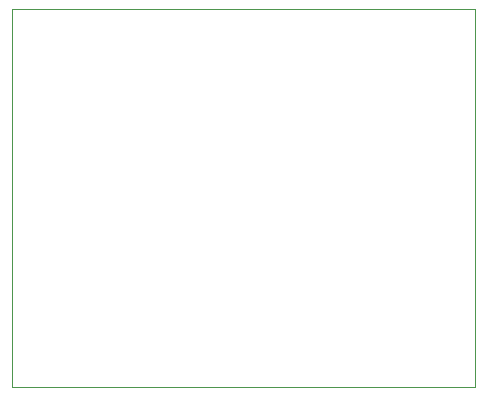
<source format=gm1>
G04 #@! TF.GenerationSoftware,KiCad,Pcbnew,8.0.5*
G04 #@! TF.CreationDate,2024-10-24T17:48:12+02:00*
G04 #@! TF.ProjectId,parallel_adapter,70617261-6c6c-4656-9c5f-616461707465,rev?*
G04 #@! TF.SameCoordinates,Original*
G04 #@! TF.FileFunction,Profile,NP*
%FSLAX46Y46*%
G04 Gerber Fmt 4.6, Leading zero omitted, Abs format (unit mm)*
G04 Created by KiCad (PCBNEW 8.0.5) date 2024-10-24 17:48:12*
%MOMM*%
%LPD*%
G01*
G04 APERTURE LIST*
G04 #@! TA.AperFunction,Profile*
%ADD10C,0.050000*%
G04 #@! TD*
G04 APERTURE END LIST*
D10*
X130600000Y-69200000D02*
X169800000Y-69200000D01*
X169800000Y-101200000D01*
X130600000Y-101200000D01*
X130600000Y-69200000D01*
M02*

</source>
